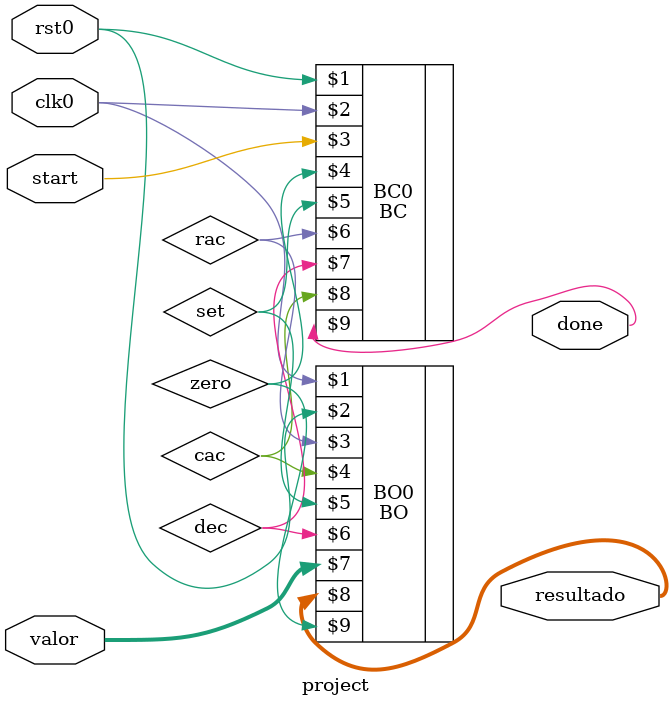
<source format=v>
`include "BC.v"
`include "BO.v"

module project(
    input rst0,
    input clk0,
    input start,
    input[7:0] valor,
    output[7:0] resultado, 
    output done
);

wire zero;
wire set;
wire rac;
wire cac;
wire dec;

BC BC0(rst0, clk0, start, zero, set, rac, dec, cac, done);

BO BO0(clk0, rst0, rac, cac, set, dec, valor, resultado, zero);
    
endmodule


</source>
